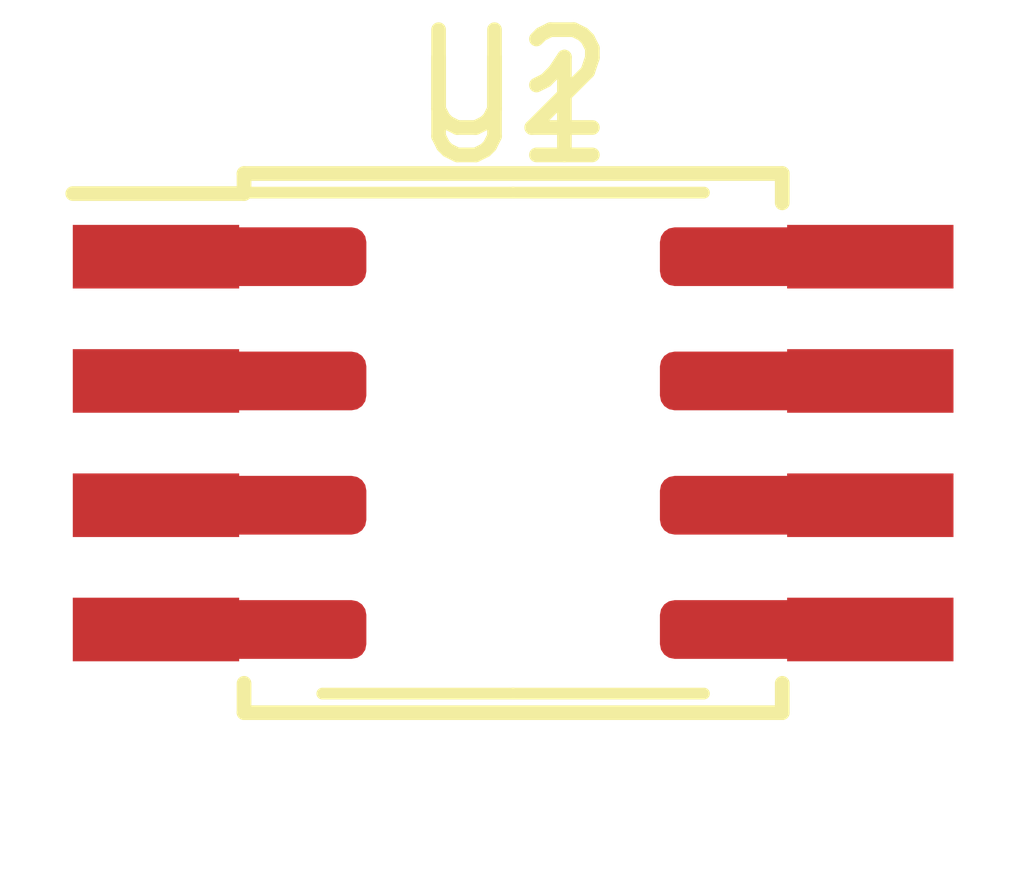
<source format=kicad_pcb>
(kicad_pcb (version 20211014) (generator pcbnew)
  (layers (0 "F.Cu" signal) (31 "B.Cu" signal) (34 "B.Paste" user) (35 "F.Paste" user) (36 "B.SilkS" user "B.Silkscreen") (37 "F.SilkS" user "F.Silkscreen") (38 "B.Mask" user) (39 "F.Mask" user) (44 "Edge.Cuts" user))
  (net 0 "")
  (net 1 "Net-(U1-Pad1)")
  (net 2 "Net-(U1-Pad2)")
  (net 3 "Net-(U1-Pad3)")
  (net 4 "Net-(U1-Pad4)")
  (net 5 "Net-(U1-Pad5)")
  (net 6 "Net-(U1-Pad6)")
  (net 7 "Net-(U1-Pad7)")
  (net 8 "Net-(U1-Pad8)")
  (footprint "Package_SO:SOIC-8_3.9x4.9mm_P1.27mm" (layer "F.Cu") (at 114.452 94.992)
    (fp_text reference "U1" (at 0 -3.4) (layer "F.SilkS"))
    (fp_text value "ATtiny13A-SS")
    (fp_line (start 0 2.56) (end -1.95 2.56) (layer "F.SilkS") (width 0.12))
    (fp_line (start 0 -2.56) (end -3.45 -2.56) (layer "F.SilkS") (width 0.12))
    (fp_line (start 0 -2.56) (end 1.95 -2.56) (layer "F.SilkS") (width 0.12))
    (fp_line (start 0 2.56) (end 1.95 2.56) (layer "F.SilkS") (width 0.12))
    (pad "1" smd roundrect (at -2.475 -1.905) (size 1.95 0.6) (layers "F.Cu" "F.Paste" "F.Mask") (net 1 "Net-(U1-Pad1)"))
    (pad "2" smd roundrect (at -2.475 -0.635) (size 1.95 0.6) (layers "F.Cu" "F.Paste" "F.Mask") (net 2 "Net-(U1-Pad2)"))
    (pad "3" smd roundrect (at -2.475 0.635) (size 1.95 0.6) (layers "F.Cu" "F.Paste" "F.Mask") (net 3 "Net-(U1-Pad3)"))
    (pad "4" smd roundrect (at -2.475 1.905) (size 1.95 0.6) (layers "F.Cu" "F.Paste" "F.Mask") (net 4 "Net-(U1-Pad4)"))
    (pad "5" smd roundrect (at 2.475 1.905) (size 1.95 0.6) (layers "F.Cu" "F.Paste" "F.Mask") (net 5 "Net-(U1-Pad5)"))
    (pad "6" smd roundrect (at 2.475 0.635) (size 1.95 0.6) (layers "F.Cu" "F.Paste" "F.Mask") (net 6 "Net-(U1-Pad6)"))
    (pad "7" smd roundrect (at 2.475 -0.635) (size 1.95 0.6) (layers "F.Cu" "F.Paste" "F.Mask") (net 7 "Net-(U1-Pad7)"))
    (pad "8" smd roundrect (at 2.475 -1.905) (size 1.95 0.6) (layers "F.Cu" "F.Paste" "F.Mask") (net 8 "Net-(U1-Pad8)"))
  )
  (footprint "Package_SO:SOIC-8W_5.3x5.3mm_P1.27mm" (layer "F.Cu") (at 114.452 94.992)
    (fp_text reference "U2" (at 0 -3.68) (layer "F.SilkS"))
    (fp_text value "ATtiny13A-S")
    (fp_line (start -2.75 -2.755) (end 2.75 -2.755) (layer "F.SilkS") (width 0.15))
    (fp_line (start -2.75 -2.755) (end -2.75 -2.55) (layer "F.SilkS") (width 0.15))
    (fp_line (start 2.75 2.755) (end 2.75 2.455) (layer "F.SilkS") (width 0.15))
    (fp_line (start 2.75 -2.755) (end 2.75 -2.455) (layer "F.SilkS") (width 0.15))
    (fp_line (start -2.75 -2.55) (end -4.5 -2.55) (layer "F.SilkS") (width 0.15))
    (fp_line (start -2.75 2.755) (end -2.75 2.455) (layer "F.SilkS") (width 0.15))
    (fp_line (start -2.75 2.755) (end 2.75 2.755) (layer "F.SilkS") (width 0.15))
    (pad "1" smd rect (at -3.65 -1.905) (size 1.7 0.65) (layers "F.Cu" "F.Paste" "F.Mask") (net 1 "Net-(U1-Pad1)"))
    (pad "2" smd rect (at -3.65 -0.635) (size 1.7 0.65) (layers "F.Cu" "F.Paste" "F.Mask") (net 2 "Net-(U1-Pad2)"))
    (pad "3" smd rect (at -3.65 0.635) (size 1.7 0.65) (layers "F.Cu" "F.Paste" "F.Mask") (net 3 "Net-(U1-Pad3)"))
    (pad "4" smd rect (at -3.65 1.905) (size 1.7 0.65) (layers "F.Cu" "F.Paste" "F.Mask") (net 4 "Net-(U1-Pad4)"))
    (pad "5" smd rect (at 3.65 1.905) (size 1.7 0.65) (layers "F.Cu" "F.Paste" "F.Mask") (net 5 "Net-(U1-Pad5)"))
    (pad "6" smd rect (at 3.65 0.635) (size 1.7 0.65) (layers "F.Cu" "F.Paste" "F.Mask") (net 6 "Net-(U1-Pad6)"))
    (pad "7" smd rect (at 3.65 -0.635) (size 1.7 0.65) (layers "F.Cu" "F.Paste" "F.Mask") (net 7 "Net-(U1-Pad7)"))
    (pad "8" smd rect (at 3.65 -1.905) (size 1.7 0.65) (layers "F.Cu" "F.Paste" "F.Mask") (net 8 "Net-(U1-Pad8)"))
  )
)
</source>
